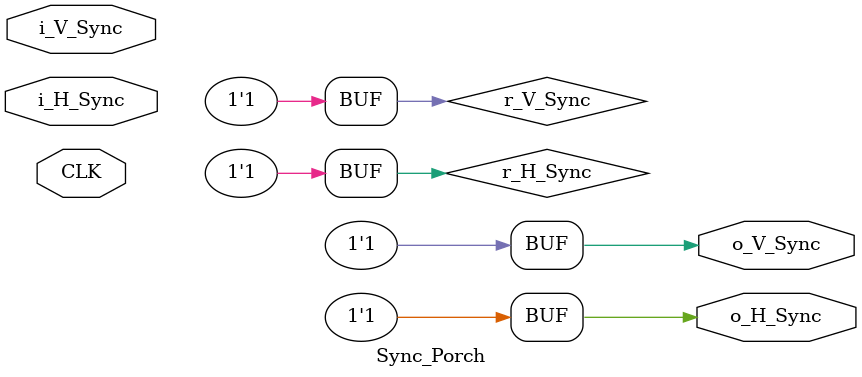
<source format=v>



module Sync_Porch(
  input CLK,
  input i_H_Sync,
  input i_V_Sync,
  output reg o_H_Sync = 1'b1, 
  output reg o_V_Sync = 1'b1);
  
  reg r_H_Sync = 1'b1;
  reg [4:0] r_HCountBP = 0;
  reg [6:0] r_HCountPulse = 0;
  
  reg r_V_Sync = 1'b1;
  reg [4:0] r_VCountBP = 0;
  reg [6:0] r_VCountPulse = 0;
  
  always @(posedge CLK)
  begin
    if (i_H_Sync == 0 && r_HCountBP !== 17) //falling edge
      r_HCountBP <= r_HCountBP + 1;
    else
      r_H_Sync <= 0;
      
    if (r_HCountBP == 17 && r_HCountPulse !== 92)
      r_HCountPulse <= r_HCountPulse + 1;
    else
      r_H_Sync <= 1;
      
    if (i_H_Sync == 1) 
      begin
      r_HCountBP <= 0;
      r_HCountPulse <= 0; 
      end
  end
  
  
  always @(posedge CLK)
  begin
    if (i_V_Sync == 0 && r_VCountBP !== 9) //falling edge
      r_VCountBP <= r_VCountBP + 1;
    else
      r_V_Sync <= 0;
      
    if (r_VCountBP == 9 && r_VCountPulse !== 2)
      r_VCountPulse <= r_VCountPulse + 1;
    else
      r_V_Sync <= 1;
      
    if (i_V_Sync == 1) 
      begin
      r_VCountBP <= 0;
      r_VCountPulse <= 0; 
      end
   end
   
  assign o_H_Sync = r_H_Sync;
  assign o_V_Sync = r_V_Sync;
  
endmodule

</source>
